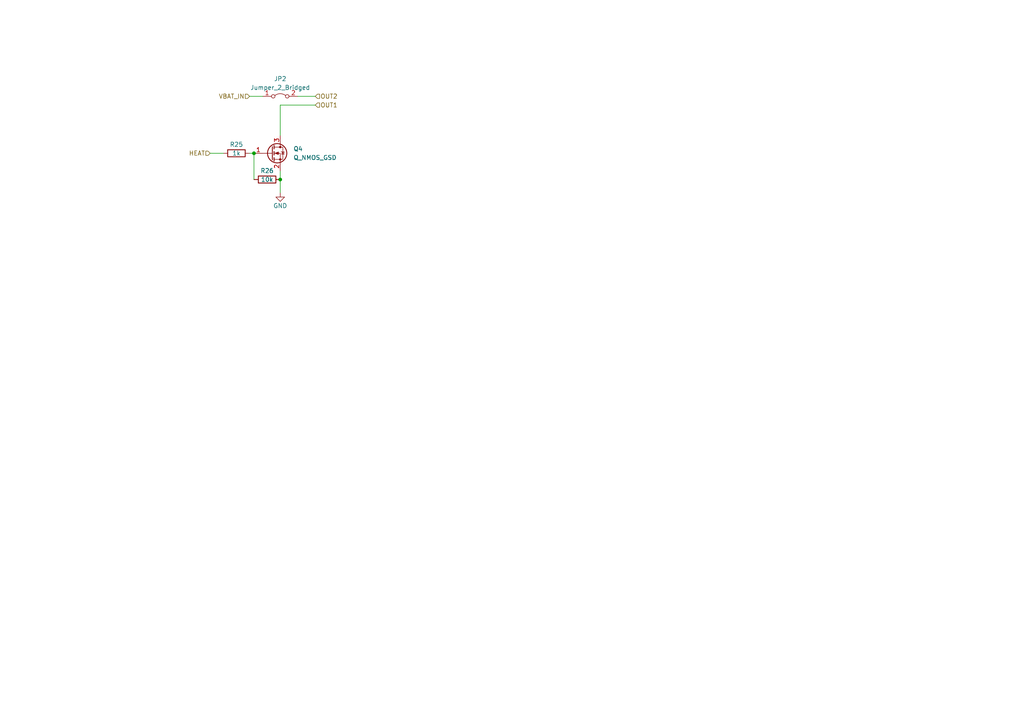
<source format=kicad_sch>
(kicad_sch (version 20231120) (generator "eeschema") (generator_version "8.0")
  (paper "A4")
  (lib_symbols
    (symbol "Device:Q_NMOS_GSD" (pin_names (offset 0) hide)
      (property "Reference" "Q" (at 5.08 1.27 0))
      (property "Value" "Q_NMOS_GSD" (at 5.08 -1.27 0))
      (symbol "Q_NMOS_GSD_0_1"
        (polyline (pts (xy 0.254 0) (xy -2.54 0)))
        (polyline (pts (xy 0.254 1.905) (xy 0.254 -1.905)) (stroke (width 0.254)))
        (polyline (pts (xy 0.762 -1.27) (xy 0.762 -2.286)) (stroke (width 0.254)))
        (polyline (pts (xy 0.762 0.508) (xy 0.762 -0.508)) (stroke (width 0.254)))
        (polyline (pts (xy 0.762 2.286) (xy 0.762 1.27)) (stroke (width 0.254)))
        (polyline (pts (xy 2.54 2.54) (xy 2.54 1.778)))
        (polyline (pts (xy 2.54 -2.54) (xy 2.54 0) (xy 0.762 0)))
        (polyline (pts (xy 0.762 -1.778) (xy 3.302 -1.778) (xy 3.302 1.778) (xy 0.762 1.778)))
        (polyline (pts (xy 1.016 0) (xy 2.032 0.381) (xy 2.032 -0.381) (xy 1.016 0)) (fill (type outline)))
        (polyline (pts (xy 2.794 0.508) (xy 2.921 0.381) (xy 3.683 0.381) (xy 3.81 0.254)))
        (polyline (pts (xy 3.302 0.381) (xy 2.921 -0.254) (xy 3.683 -0.254) (xy 3.302 0.381)))
        (circle (center 1.651 0) (radius 2.794) (stroke (width 0.254)))
        (circle (center 2.54 -1.778) (radius 0.254) (fill (type outline)))
        (circle (center 2.54 1.778) (radius 0.254) (fill (type outline)))
      )
      (symbol "Q_NMOS_GSD_1_1"
        (pin input line (at -5.08 0 0) (length 2.54) (name "G") (number "1"))
        (pin passive line (at 2.54 -5.08 90) (length 2.54) (name "S") (number "2"))
        (pin passive line (at 2.54 5.08 270) (length 2.54) (name "D") (number "3"))
      )
    )
    (symbol "Device:R" (pin_numbers hide) (pin_names (offset 0))
      (property "Reference" "R" (at 2.032 0 90))
      (property "Value" "R" (at 0 0 90))
      (symbol "R_0_1"
        (rectangle (start -1.016 -2.54) (end 1.016 2.54) (stroke (width 0.254)))
      )
      (symbol "R_1_1"
        (pin passive line (at 0 3.81 270) (length 1.27) (name "~") (number "1"))
        (pin passive line (at 0 -3.81 90) (length 1.27) (name "~") (number "2"))
      )
    )
    (symbol "Jumper:Jumper_2_Bridged" (pin_names (offset 0) hide)
      (property "Reference" "JP" (at 0 1.905 0))
      (property "Value" "Jumper_2_Bridged" (at 0 -2.54 0))
      (symbol "Jumper_2_Bridged_0_0"
        (circle (center -2.032 0) (radius 0.508))
        (circle (center 2.032 0) (radius 0.508))
      )
      (symbol "Jumper_2_Bridged_0_1"
        (arc (start 1.524 0.254) (mid 0 0.762) (end -1.524 0.254))
      )
      (symbol "Jumper_2_Bridged_1_1"
        (pin passive line (at -5.08 0 0) (length 2.54) (name "A") (number "1"))
        (pin passive line (at 5.08 0 180) (length 2.54) (name "B") (number "2"))
      )
    )
    (symbol "power:GND" (power) (pin_names (offset 0))
      (property "Value" "GND" (at 0 -3.81 0))
      (symbol "GND_0_1"
        (polyline (pts (xy 0 0) (xy 0 -1.27) (xy 1.27 -1.27) (xy 0 -2.54) (xy -1.27 -1.27) (xy 0 -1.27)))
      )
      (symbol "GND_1_1"
        (pin power_in line (at 0 0 270) (length 0) hide (name "GND") (number "1"))
      )
    )
  )
  (junction (at 81.28 52.07))
  (junction (at 73.66 44.45))
  (wire (pts (xy 81.28 30.48) (xy 81.28 39.37)))
  (wire (pts (xy 81.28 55.88) (xy 81.28 52.07)))
  (wire (pts (xy 73.66 44.45) (xy 72.39 44.45)))
  (wire (pts (xy 73.66 44.45) (xy 73.66 52.07)))
  (wire (pts (xy 86.36 27.94) (xy 91.44 27.94)))
  (wire (pts (xy 64.77 44.45) (xy 60.96 44.45)))
  (wire (pts (xy 72.39 27.94) (xy 76.2 27.94)))
  (wire (pts (xy 91.44 30.48) (xy 81.28 30.48)))
  (wire (pts (xy 81.28 49.53) (xy 81.28 52.07)))
  (hierarchical_label "VBAT_IN" (shape input) (at 72.39 27.94 180))
  (hierarchical_label "OUT1" (shape input) (at 91.44 30.48 0))
  (hierarchical_label "HEAT" (shape input) (at 60.96 44.45 180))
  (hierarchical_label "OUT2" (shape input) (at 91.44 27.94 0))
  (symbol (lib_id "Device:Q_NMOS_GSD") (at 78.74 44.45 0) (unit 1)
    (property "Reference" "Q4" (at 85.09 43.18 0) (effects (justify left)))
    (property "Value" "Q_NMOS_GSD" (at 85.09 45.72 0) (effects (justify left)))
    (property "Footprint" "Package_TO_SOT_SMD:SOT-23" (effects (hide yes)))
    (instances (project "ikafly_main" (path "" (reference "Q4") (unit 1)) (path "" (reference "Q2") (unit 1))))
  )
  (symbol (lib_id "Jumper:Jumper_2_Bridged") (at 81.28 27.94 0) (unit 1)
    (property "Reference" "JP2" (at 81.28 22.86 0))
    (property "Value" "Jumper_2_Bridged" (at 81.28 25.4 0))
    (property "Footprint" "Jumper:SolderJumper-2_P1.3mm_Bridged2Bar_RoundedPad1.0x1.5mm" (effects (hide yes)))
    (instances (project "ikafly_main" (path "" (reference "JP2") (unit 1)) (path "" (reference "JP1") (unit 1))))
  )
  (symbol (lib_id "Device:R") (at 77.47 52.07 90) (unit 1)
    (property "Reference" "R26" (at 77.47 49.53 90))
    (property "Value" "10k" (at 77.47 52.07 90))
    (property "Footprint" "Resistor_SMD:R_0402_1005Metric" (effects (hide yes)))
    (instances (project "ikafly_main" (path "" (reference "R26") (unit 1)) (path "" (reference "R20") (unit 1))))
  )
  (symbol (lib_id "power:GND") (at 81.28 55.88 0) (unit 1)
    (property "Reference" "#PWR086" (effects (hide yes)))
    (property "Value" "GND" (at 81.28 59.69 0))
    (instances (project "ikafly_main" (path "" (reference "#PWR086") (unit 1)) (path "" (reference "#PWR071") (unit 1))))
  )
  (symbol (lib_id "Device:R") (at 68.58 44.45 90) (unit 1)
    (property "Reference" "R25" (at 68.58 41.91 90))
    (property "Value" "1k" (at 68.58 44.45 90))
    (property "Footprint" "Resistor_SMD:R_0402_1005Metric" (effects (hide yes)))
    (instances (project "ikafly_main" (path "" (reference "R25") (unit 1)) (path "" (reference "R19") (unit 1))))
  )
)
</source>
